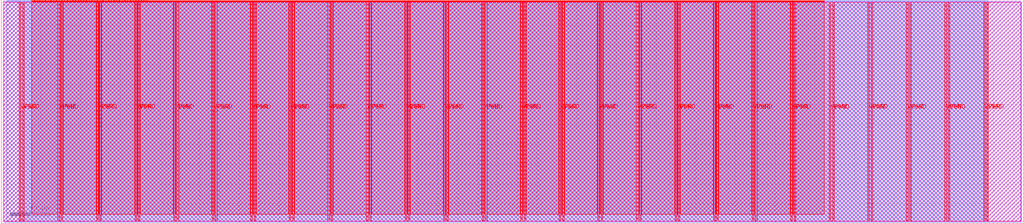
<source format=lef>
VERSION 5.7 ;
  NOWIREEXTENSIONATPIN ON ;
  DIVIDERCHAR "/" ;
  BUSBITCHARS "[]" ;
MACRO tt_um_Coline3003_spect_top
  CLASS BLOCK ;
  FOREIGN tt_um_Coline3003_spect_top ;
  ORIGIN 0.000 0.000 ;
  SIZE 1030.400 BY 225.760 ;
  PIN VGND
    DIRECTION INOUT ;
    USE GROUND ;
    PORT
      LAYER met4 ;
        RECT 21.580 2.480 23.180 223.280 ;
    END
    PORT
      LAYER met4 ;
        RECT 60.450 2.480 62.050 223.280 ;
    END
    PORT
      LAYER met4 ;
        RECT 99.320 2.480 100.920 223.280 ;
    END
    PORT
      LAYER met4 ;
        RECT 138.190 2.480 139.790 223.280 ;
    END
    PORT
      LAYER met4 ;
        RECT 177.060 2.480 178.660 223.280 ;
    END
    PORT
      LAYER met4 ;
        RECT 215.930 2.480 217.530 223.280 ;
    END
    PORT
      LAYER met4 ;
        RECT 254.800 2.480 256.400 223.280 ;
    END
    PORT
      LAYER met4 ;
        RECT 293.670 2.480 295.270 223.280 ;
    END
    PORT
      LAYER met4 ;
        RECT 332.540 2.480 334.140 223.280 ;
    END
    PORT
      LAYER met4 ;
        RECT 371.410 2.480 373.010 223.280 ;
    END
    PORT
      LAYER met4 ;
        RECT 410.280 2.480 411.880 223.280 ;
    END
    PORT
      LAYER met4 ;
        RECT 449.150 2.480 450.750 223.280 ;
    END
    PORT
      LAYER met4 ;
        RECT 488.020 2.480 489.620 223.280 ;
    END
    PORT
      LAYER met4 ;
        RECT 526.890 2.480 528.490 223.280 ;
    END
    PORT
      LAYER met4 ;
        RECT 565.760 2.480 567.360 223.280 ;
    END
    PORT
      LAYER met4 ;
        RECT 604.630 2.480 606.230 223.280 ;
    END
    PORT
      LAYER met4 ;
        RECT 643.500 2.480 645.100 223.280 ;
    END
    PORT
      LAYER met4 ;
        RECT 682.370 2.480 683.970 223.280 ;
    END
    PORT
      LAYER met4 ;
        RECT 721.240 2.480 722.840 223.280 ;
    END
    PORT
      LAYER met4 ;
        RECT 760.110 2.480 761.710 223.280 ;
    END
    PORT
      LAYER met4 ;
        RECT 798.980 2.480 800.580 223.280 ;
    END
    PORT
      LAYER met4 ;
        RECT 837.850 2.480 839.450 223.280 ;
    END
    PORT
      LAYER met4 ;
        RECT 876.720 2.480 878.320 223.280 ;
    END
    PORT
      LAYER met4 ;
        RECT 915.590 2.480 917.190 223.280 ;
    END
    PORT
      LAYER met4 ;
        RECT 954.460 2.480 956.060 223.280 ;
    END
    PORT
      LAYER met4 ;
        RECT 993.330 2.480 994.930 223.280 ;
    END
  END VGND
  PIN VPWR
    DIRECTION INOUT ;
    USE POWER ;
    PORT
      LAYER met4 ;
        RECT 18.280 2.480 19.880 223.280 ;
    END
    PORT
      LAYER met4 ;
        RECT 57.150 2.480 58.750 223.280 ;
    END
    PORT
      LAYER met4 ;
        RECT 96.020 2.480 97.620 223.280 ;
    END
    PORT
      LAYER met4 ;
        RECT 134.890 2.480 136.490 223.280 ;
    END
    PORT
      LAYER met4 ;
        RECT 173.760 2.480 175.360 223.280 ;
    END
    PORT
      LAYER met4 ;
        RECT 212.630 2.480 214.230 223.280 ;
    END
    PORT
      LAYER met4 ;
        RECT 251.500 2.480 253.100 223.280 ;
    END
    PORT
      LAYER met4 ;
        RECT 290.370 2.480 291.970 223.280 ;
    END
    PORT
      LAYER met4 ;
        RECT 329.240 2.480 330.840 223.280 ;
    END
    PORT
      LAYER met4 ;
        RECT 368.110 2.480 369.710 223.280 ;
    END
    PORT
      LAYER met4 ;
        RECT 406.980 2.480 408.580 223.280 ;
    END
    PORT
      LAYER met4 ;
        RECT 445.850 2.480 447.450 223.280 ;
    END
    PORT
      LAYER met4 ;
        RECT 484.720 2.480 486.320 223.280 ;
    END
    PORT
      LAYER met4 ;
        RECT 523.590 2.480 525.190 223.280 ;
    END
    PORT
      LAYER met4 ;
        RECT 562.460 2.480 564.060 223.280 ;
    END
    PORT
      LAYER met4 ;
        RECT 601.330 2.480 602.930 223.280 ;
    END
    PORT
      LAYER met4 ;
        RECT 640.200 2.480 641.800 223.280 ;
    END
    PORT
      LAYER met4 ;
        RECT 679.070 2.480 680.670 223.280 ;
    END
    PORT
      LAYER met4 ;
        RECT 717.940 2.480 719.540 223.280 ;
    END
    PORT
      LAYER met4 ;
        RECT 756.810 2.480 758.410 223.280 ;
    END
    PORT
      LAYER met4 ;
        RECT 795.680 2.480 797.280 223.280 ;
    END
    PORT
      LAYER met4 ;
        RECT 834.550 2.480 836.150 223.280 ;
    END
    PORT
      LAYER met4 ;
        RECT 873.420 2.480 875.020 223.280 ;
    END
    PORT
      LAYER met4 ;
        RECT 912.290 2.480 913.890 223.280 ;
    END
    PORT
      LAYER met4 ;
        RECT 951.160 2.480 952.760 223.280 ;
    END
    PORT
      LAYER met4 ;
        RECT 990.030 2.480 991.630 223.280 ;
    END
  END VPWR
  PIN clk
    DIRECTION INPUT ;
    USE SIGNAL ;
    ANTENNAGATEAREA 0.247500 ;
    ANTENNADIFFAREA 0.434700 ;
    PORT
      LAYER met4 ;
        RECT 143.830 224.760 144.130 225.760 ;
    END
  END clk
  PIN ena
    DIRECTION INPUT ;
    USE SIGNAL ;
    PORT
      LAYER met4 ;
        RECT 146.590 224.760 146.890 225.760 ;
    END
  END ena
  PIN rst_n
    DIRECTION INPUT ;
    USE SIGNAL ;
    ANTENNAGATEAREA 0.213000 ;
    PORT
      LAYER met4 ;
        RECT 141.070 224.760 141.370 225.760 ;
    END
  END rst_n
  PIN ui_in[0]
    DIRECTION INPUT ;
    USE SIGNAL ;
    ANTENNAGATEAREA 0.196500 ;
    PORT
      LAYER met4 ;
        RECT 138.310 224.760 138.610 225.760 ;
    END
  END ui_in[0]
  PIN ui_in[1]
    DIRECTION INPUT ;
    USE SIGNAL ;
    ANTENNAGATEAREA 0.196500 ;
    PORT
      LAYER met4 ;
        RECT 135.550 224.760 135.850 225.760 ;
    END
  END ui_in[1]
  PIN ui_in[2]
    DIRECTION INPUT ;
    USE SIGNAL ;
    ANTENNAGATEAREA 0.196500 ;
    PORT
      LAYER met4 ;
        RECT 132.790 224.760 133.090 225.760 ;
    END
  END ui_in[2]
  PIN ui_in[3]
    DIRECTION INPUT ;
    USE SIGNAL ;
    ANTENNAGATEAREA 0.196500 ;
    PORT
      LAYER met4 ;
        RECT 130.030 224.760 130.330 225.760 ;
    END
  END ui_in[3]
  PIN ui_in[4]
    DIRECTION INPUT ;
    USE SIGNAL ;
    ANTENNAGATEAREA 0.196500 ;
    PORT
      LAYER met4 ;
        RECT 127.270 224.760 127.570 225.760 ;
    END
  END ui_in[4]
  PIN ui_in[5]
    DIRECTION INPUT ;
    USE SIGNAL ;
    ANTENNAGATEAREA 0.196500 ;
    PORT
      LAYER met4 ;
        RECT 124.510 224.760 124.810 225.760 ;
    END
  END ui_in[5]
  PIN ui_in[6]
    DIRECTION INPUT ;
    USE SIGNAL ;
    ANTENNAGATEAREA 0.196500 ;
    PORT
      LAYER met4 ;
        RECT 121.750 224.760 122.050 225.760 ;
    END
  END ui_in[6]
  PIN ui_in[7]
    DIRECTION INPUT ;
    USE SIGNAL ;
    ANTENNAGATEAREA 0.196500 ;
    PORT
      LAYER met4 ;
        RECT 118.990 224.760 119.290 225.760 ;
    END
  END ui_in[7]
  PIN uio_in[0]
    DIRECTION INPUT ;
    USE SIGNAL ;
    ANTENNAGATEAREA 0.196500 ;
    PORT
      LAYER met4 ;
        RECT 116.230 224.760 116.530 225.760 ;
    END
  END uio_in[0]
  PIN uio_in[1]
    DIRECTION INPUT ;
    USE SIGNAL ;
    ANTENNAGATEAREA 0.196500 ;
    PORT
      LAYER met4 ;
        RECT 113.470 224.760 113.770 225.760 ;
    END
  END uio_in[1]
  PIN uio_in[2]
    DIRECTION INPUT ;
    USE SIGNAL ;
    ANTENNAGATEAREA 0.196500 ;
    PORT
      LAYER met4 ;
        RECT 110.710 224.760 111.010 225.760 ;
    END
  END uio_in[2]
  PIN uio_in[3]
    DIRECTION INPUT ;
    USE SIGNAL ;
    ANTENNAGATEAREA 0.196500 ;
    PORT
      LAYER met4 ;
        RECT 107.950 224.760 108.250 225.760 ;
    END
  END uio_in[3]
  PIN uio_in[4]
    DIRECTION INPUT ;
    USE SIGNAL ;
    ANTENNAGATEAREA 0.196500 ;
    PORT
      LAYER met4 ;
        RECT 105.190 224.760 105.490 225.760 ;
    END
  END uio_in[4]
  PIN uio_in[5]
    DIRECTION INPUT ;
    USE SIGNAL ;
    ANTENNAGATEAREA 0.126000 ;
    PORT
      LAYER met4 ;
        RECT 102.430 224.760 102.730 225.760 ;
    END
  END uio_in[5]
  PIN uio_in[6]
    DIRECTION INPUT ;
    USE SIGNAL ;
    ANTENNAGATEAREA 0.196500 ;
    PORT
      LAYER met4 ;
        RECT 99.670 224.760 99.970 225.760 ;
    END
  END uio_in[6]
  PIN uio_in[7]
    DIRECTION INPUT ;
    USE SIGNAL ;
    ANTENNAGATEAREA 0.213000 ;
    PORT
      LAYER met4 ;
        RECT 96.910 224.760 97.210 225.760 ;
    END
  END uio_in[7]
  PIN uio_oe[0]
    DIRECTION OUTPUT ;
    USE SIGNAL ;
    PORT
      LAYER met4 ;
        RECT 49.990 224.760 50.290 225.760 ;
    END
  END uio_oe[0]
  PIN uio_oe[1]
    DIRECTION OUTPUT ;
    USE SIGNAL ;
    PORT
      LAYER met4 ;
        RECT 47.230 224.760 47.530 225.760 ;
    END
  END uio_oe[1]
  PIN uio_oe[2]
    DIRECTION OUTPUT ;
    USE SIGNAL ;
    PORT
      LAYER met4 ;
        RECT 44.470 224.760 44.770 225.760 ;
    END
  END uio_oe[2]
  PIN uio_oe[3]
    DIRECTION OUTPUT ;
    USE SIGNAL ;
    PORT
      LAYER met4 ;
        RECT 41.710 224.760 42.010 225.760 ;
    END
  END uio_oe[3]
  PIN uio_oe[4]
    DIRECTION OUTPUT ;
    USE SIGNAL ;
    PORT
      LAYER met4 ;
        RECT 38.950 224.760 39.250 225.760 ;
    END
  END uio_oe[4]
  PIN uio_oe[5]
    DIRECTION OUTPUT ;
    USE SIGNAL ;
    PORT
      LAYER met4 ;
        RECT 36.190 224.760 36.490 225.760 ;
    END
  END uio_oe[5]
  PIN uio_oe[6]
    DIRECTION OUTPUT ;
    USE SIGNAL ;
    PORT
      LAYER met4 ;
        RECT 33.430 224.760 33.730 225.760 ;
    END
  END uio_oe[6]
  PIN uio_oe[7]
    DIRECTION OUTPUT ;
    USE SIGNAL ;
    PORT
      LAYER met4 ;
        RECT 30.670 224.760 30.970 225.760 ;
    END
  END uio_oe[7]
  PIN uio_out[0]
    DIRECTION OUTPUT ;
    USE SIGNAL ;
    PORT
      LAYER met4 ;
        RECT 72.070 224.760 72.370 225.760 ;
    END
  END uio_out[0]
  PIN uio_out[1]
    DIRECTION OUTPUT ;
    USE SIGNAL ;
    PORT
      LAYER met4 ;
        RECT 69.310 224.760 69.610 225.760 ;
    END
  END uio_out[1]
  PIN uio_out[2]
    DIRECTION OUTPUT ;
    USE SIGNAL ;
    PORT
      LAYER met4 ;
        RECT 66.550 224.760 66.850 225.760 ;
    END
  END uio_out[2]
  PIN uio_out[3]
    DIRECTION OUTPUT ;
    USE SIGNAL ;
    PORT
      LAYER met4 ;
        RECT 63.790 224.760 64.090 225.760 ;
    END
  END uio_out[3]
  PIN uio_out[4]
    DIRECTION OUTPUT ;
    USE SIGNAL ;
    PORT
      LAYER met4 ;
        RECT 61.030 224.760 61.330 225.760 ;
    END
  END uio_out[4]
  PIN uio_out[5]
    DIRECTION OUTPUT ;
    USE SIGNAL ;
    PORT
      LAYER met4 ;
        RECT 58.270 224.760 58.570 225.760 ;
    END
  END uio_out[5]
  PIN uio_out[6]
    DIRECTION OUTPUT ;
    USE SIGNAL ;
    PORT
      LAYER met4 ;
        RECT 55.510 224.760 55.810 225.760 ;
    END
  END uio_out[6]
  PIN uio_out[7]
    DIRECTION OUTPUT ;
    USE SIGNAL ;
    PORT
      LAYER met4 ;
        RECT 52.750 224.760 53.050 225.760 ;
    END
  END uio_out[7]
  PIN uo_out[0]
    DIRECTION OUTPUT ;
    USE SIGNAL ;
    ANTENNADIFFAREA 0.891000 ;
    PORT
      LAYER met4 ;
        RECT 94.150 224.760 94.450 225.760 ;
    END
  END uo_out[0]
  PIN uo_out[1]
    DIRECTION OUTPUT ;
    USE SIGNAL ;
    ANTENNADIFFAREA 0.795200 ;
    PORT
      LAYER met4 ;
        RECT 91.390 224.760 91.690 225.760 ;
    END
  END uo_out[1]
  PIN uo_out[2]
    DIRECTION OUTPUT ;
    USE SIGNAL ;
    ANTENNADIFFAREA 0.445500 ;
    PORT
      LAYER met4 ;
        RECT 88.630 224.760 88.930 225.760 ;
    END
  END uo_out[2]
  PIN uo_out[3]
    DIRECTION OUTPUT ;
    USE SIGNAL ;
    ANTENNADIFFAREA 0.891000 ;
    PORT
      LAYER met4 ;
        RECT 85.870 224.760 86.170 225.760 ;
    END
  END uo_out[3]
  PIN uo_out[4]
    DIRECTION OUTPUT ;
    USE SIGNAL ;
    ANTENNADIFFAREA 0.445500 ;
    PORT
      LAYER met4 ;
        RECT 83.110 224.760 83.410 225.760 ;
    END
  END uo_out[4]
  PIN uo_out[5]
    DIRECTION OUTPUT ;
    USE SIGNAL ;
    ANTENNADIFFAREA 0.891000 ;
    PORT
      LAYER met4 ;
        RECT 80.350 224.760 80.650 225.760 ;
    END
  END uo_out[5]
  PIN uo_out[6]
    DIRECTION OUTPUT ;
    USE SIGNAL ;
    ANTENNADIFFAREA 0.891000 ;
    PORT
      LAYER met4 ;
        RECT 77.590 224.760 77.890 225.760 ;
    END
  END uo_out[6]
  PIN uo_out[7]
    DIRECTION OUTPUT ;
    USE SIGNAL ;
    ANTENNADIFFAREA 0.445500 ;
    PORT
      LAYER met4 ;
        RECT 74.830 224.760 75.130 225.760 ;
    END
  END uo_out[7]
  OBS
      LAYER nwell ;
        RECT 2.570 2.635 1027.830 223.230 ;
      LAYER li1 ;
        RECT 2.760 2.635 1027.640 223.125 ;
      LAYER met1 ;
        RECT 2.760 1.740 1027.640 224.360 ;
      LAYER met2 ;
        RECT 5.620 1.710 994.900 224.925 ;
      LAYER met3 ;
        RECT 18.290 2.555 994.920 224.905 ;
      LAYER met4 ;
        RECT 31.370 224.360 33.030 224.905 ;
        RECT 34.130 224.360 35.790 224.905 ;
        RECT 36.890 224.360 38.550 224.905 ;
        RECT 39.650 224.360 41.310 224.905 ;
        RECT 42.410 224.360 44.070 224.905 ;
        RECT 45.170 224.360 46.830 224.905 ;
        RECT 47.930 224.360 49.590 224.905 ;
        RECT 50.690 224.360 52.350 224.905 ;
        RECT 53.450 224.360 55.110 224.905 ;
        RECT 56.210 224.360 57.870 224.905 ;
        RECT 58.970 224.360 60.630 224.905 ;
        RECT 61.730 224.360 63.390 224.905 ;
        RECT 64.490 224.360 66.150 224.905 ;
        RECT 67.250 224.360 68.910 224.905 ;
        RECT 70.010 224.360 71.670 224.905 ;
        RECT 72.770 224.360 74.430 224.905 ;
        RECT 75.530 224.360 77.190 224.905 ;
        RECT 78.290 224.360 79.950 224.905 ;
        RECT 81.050 224.360 82.710 224.905 ;
        RECT 83.810 224.360 85.470 224.905 ;
        RECT 86.570 224.360 88.230 224.905 ;
        RECT 89.330 224.360 90.990 224.905 ;
        RECT 92.090 224.360 93.750 224.905 ;
        RECT 94.850 224.360 96.510 224.905 ;
        RECT 97.610 224.360 99.270 224.905 ;
        RECT 100.370 224.360 102.030 224.905 ;
        RECT 103.130 224.360 104.790 224.905 ;
        RECT 105.890 224.360 107.550 224.905 ;
        RECT 108.650 224.360 110.310 224.905 ;
        RECT 111.410 224.360 113.070 224.905 ;
        RECT 114.170 224.360 115.830 224.905 ;
        RECT 116.930 224.360 118.590 224.905 ;
        RECT 119.690 224.360 121.350 224.905 ;
        RECT 122.450 224.360 124.110 224.905 ;
        RECT 125.210 224.360 126.870 224.905 ;
        RECT 127.970 224.360 129.630 224.905 ;
        RECT 130.730 224.360 132.390 224.905 ;
        RECT 133.490 224.360 135.150 224.905 ;
        RECT 136.250 224.360 137.910 224.905 ;
        RECT 139.010 224.360 140.670 224.905 ;
        RECT 141.770 224.360 143.430 224.905 ;
        RECT 144.530 224.360 146.190 224.905 ;
        RECT 147.290 224.360 829.545 224.905 ;
        RECT 30.655 223.680 829.545 224.360 ;
        RECT 30.655 9.695 56.750 223.680 ;
        RECT 59.150 9.695 60.050 223.680 ;
        RECT 62.450 9.695 95.620 223.680 ;
        RECT 98.020 9.695 98.920 223.680 ;
        RECT 101.320 9.695 134.490 223.680 ;
        RECT 136.890 9.695 137.790 223.680 ;
        RECT 140.190 9.695 173.360 223.680 ;
        RECT 175.760 9.695 176.660 223.680 ;
        RECT 179.060 9.695 212.230 223.680 ;
        RECT 214.630 9.695 215.530 223.680 ;
        RECT 217.930 9.695 251.100 223.680 ;
        RECT 253.500 9.695 254.400 223.680 ;
        RECT 256.800 9.695 289.970 223.680 ;
        RECT 292.370 9.695 293.270 223.680 ;
        RECT 295.670 9.695 328.840 223.680 ;
        RECT 331.240 9.695 332.140 223.680 ;
        RECT 334.540 9.695 367.710 223.680 ;
        RECT 370.110 9.695 371.010 223.680 ;
        RECT 373.410 9.695 406.580 223.680 ;
        RECT 408.980 9.695 409.880 223.680 ;
        RECT 412.280 9.695 445.450 223.680 ;
        RECT 447.850 9.695 448.750 223.680 ;
        RECT 451.150 9.695 484.320 223.680 ;
        RECT 486.720 9.695 487.620 223.680 ;
        RECT 490.020 9.695 523.190 223.680 ;
        RECT 525.590 9.695 526.490 223.680 ;
        RECT 528.890 9.695 562.060 223.680 ;
        RECT 564.460 9.695 565.360 223.680 ;
        RECT 567.760 9.695 600.930 223.680 ;
        RECT 603.330 9.695 604.230 223.680 ;
        RECT 606.630 9.695 639.800 223.680 ;
        RECT 642.200 9.695 643.100 223.680 ;
        RECT 645.500 9.695 678.670 223.680 ;
        RECT 681.070 9.695 681.970 223.680 ;
        RECT 684.370 9.695 717.540 223.680 ;
        RECT 719.940 9.695 720.840 223.680 ;
        RECT 723.240 9.695 756.410 223.680 ;
        RECT 758.810 9.695 759.710 223.680 ;
        RECT 762.110 9.695 795.280 223.680 ;
        RECT 797.680 9.695 798.580 223.680 ;
        RECT 800.980 9.695 829.545 223.680 ;
  END
END tt_um_Coline3003_spect_top
END LIBRARY


</source>
